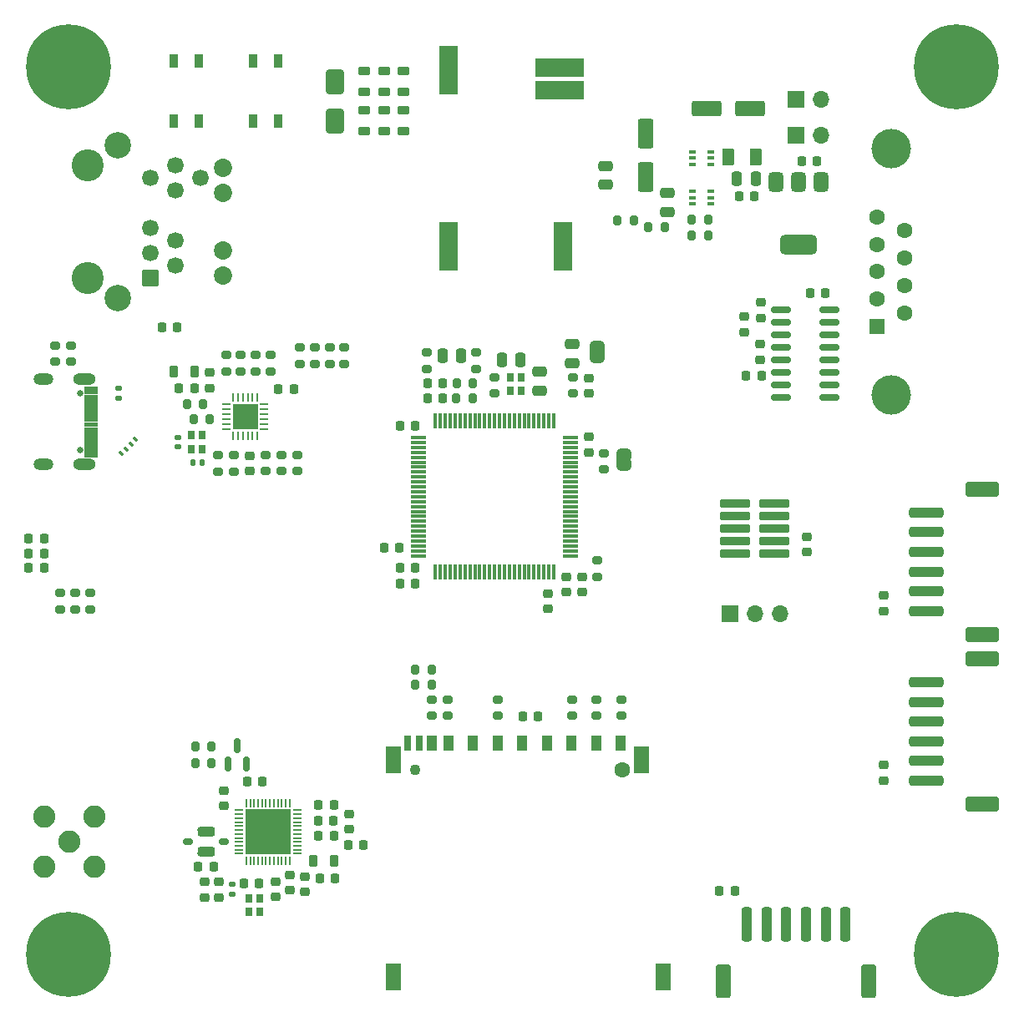
<source format=gbr>
%TF.GenerationSoftware,KiCad,Pcbnew,9.0.0-1.fc41*%
%TF.CreationDate,2025-03-05T15:22:43-08:00*%
%TF.ProjectId,hw_alpha,68775f61-6c70-4686-912e-6b696361645f,rev?*%
%TF.SameCoordinates,Original*%
%TF.FileFunction,Soldermask,Top*%
%TF.FilePolarity,Negative*%
%FSLAX46Y46*%
G04 Gerber Fmt 4.6, Leading zero omitted, Abs format (unit mm)*
G04 Created by KiCad (PCBNEW 9.0.0-1.fc41) date 2025-03-05 15:22:43*
%MOMM*%
%LPD*%
G01*
G04 APERTURE LIST*
G04 Aperture macros list*
%AMRoundRect*
0 Rectangle with rounded corners*
0 $1 Rounding radius*
0 $2 $3 $4 $5 $6 $7 $8 $9 X,Y pos of 4 corners*
0 Add a 4 corners polygon primitive as box body*
4,1,4,$2,$3,$4,$5,$6,$7,$8,$9,$2,$3,0*
0 Add four circle primitives for the rounded corners*
1,1,$1+$1,$2,$3*
1,1,$1+$1,$4,$5*
1,1,$1+$1,$6,$7*
1,1,$1+$1,$8,$9*
0 Add four rect primitives between the rounded corners*
20,1,$1+$1,$2,$3,$4,$5,0*
20,1,$1+$1,$4,$5,$6,$7,0*
20,1,$1+$1,$6,$7,$8,$9,0*
20,1,$1+$1,$8,$9,$2,$3,0*%
%AMFreePoly0*
4,1,23,0.500000,-0.750000,0.000000,-0.750000,0.000000,-0.745722,-0.065263,-0.745722,-0.191342,-0.711940,-0.304381,-0.646677,-0.396677,-0.554381,-0.461940,-0.441342,-0.495722,-0.315263,-0.495722,-0.250000,-0.500000,-0.250000,-0.500000,0.250000,-0.495722,0.250000,-0.495722,0.315263,-0.461940,0.441342,-0.396677,0.554381,-0.304381,0.646677,-0.191342,0.711940,-0.065263,0.745722,0.000000,0.745722,
0.000000,0.750000,0.500000,0.750000,0.500000,-0.750000,0.500000,-0.750000,$1*%
%AMFreePoly1*
4,1,23,0.000000,0.745722,0.065263,0.745722,0.191342,0.711940,0.304381,0.646677,0.396677,0.554381,0.461940,0.441342,0.495722,0.315263,0.495722,0.250000,0.500000,0.250000,0.500000,-0.250000,0.495722,-0.250000,0.495722,-0.315263,0.461940,-0.441342,0.396677,-0.554381,0.304381,-0.646677,0.191342,-0.711940,0.065263,-0.745722,0.000000,-0.745722,0.000000,-0.750000,-0.500000,-0.750000,
-0.500000,0.750000,0.000000,0.750000,0.000000,0.745722,0.000000,0.745722,$1*%
G04 Aperture macros list end*
%ADD10C,0.010000*%
%ADD11RoundRect,0.225000X0.225000X0.250000X-0.225000X0.250000X-0.225000X-0.250000X0.225000X-0.250000X0*%
%ADD12R,1.700000X1.700000*%
%ADD13O,1.700000X1.700000*%
%ADD14RoundRect,0.200000X-0.200000X-0.275000X0.200000X-0.275000X0.200000X0.275000X-0.200000X0.275000X0*%
%ADD15RoundRect,0.225000X-0.250000X0.225000X-0.250000X-0.225000X0.250000X-0.225000X0.250000X0.225000X0*%
%ADD16RoundRect,0.050000X-0.350000X-0.050000X0.350000X-0.050000X0.350000X0.050000X-0.350000X0.050000X0*%
%ADD17RoundRect,0.050000X-0.050000X-0.350000X0.050000X-0.350000X0.050000X0.350000X-0.050000X0.350000X0*%
%ADD18R,4.600000X4.600000*%
%ADD19RoundRect,0.200000X0.275000X-0.200000X0.275000X0.200000X-0.275000X0.200000X-0.275000X-0.200000X0*%
%ADD20RoundRect,0.200000X-0.275000X0.200000X-0.275000X-0.200000X0.275000X-0.200000X0.275000X0.200000X0*%
%ADD21C,3.250000*%
%ADD22RoundRect,0.102000X-0.739000X0.739000X-0.739000X-0.739000X0.739000X-0.739000X0.739000X0.739000X0*%
%ADD23C,1.682000*%
%ADD24C,1.854000*%
%ADD25C,2.679000*%
%ADD26R,1.830000X5.000000*%
%ADD27R,5.000000X1.830000*%
%ADD28RoundRect,0.225000X0.250000X-0.225000X0.250000X0.225000X-0.250000X0.225000X-0.250000X-0.225000X0*%
%ADD29RoundRect,0.250000X0.250000X0.475000X-0.250000X0.475000X-0.250000X-0.475000X0.250000X-0.475000X0*%
%ADD30RoundRect,0.225000X-0.225000X-0.250000X0.225000X-0.250000X0.225000X0.250000X-0.225000X0.250000X0*%
%ADD31RoundRect,0.218750X0.381250X-0.218750X0.381250X0.218750X-0.381250X0.218750X-0.381250X-0.218750X0*%
%ADD32RoundRect,0.075000X0.070711X-0.176777X0.176777X-0.070711X-0.070711X0.176777X-0.176777X0.070711X0*%
%ADD33C,0.900000*%
%ADD34C,8.600000*%
%ADD35C,2.250000*%
%ADD36RoundRect,0.250000X-0.250000X-0.475000X0.250000X-0.475000X0.250000X0.475000X-0.250000X0.475000X0*%
%ADD37R,0.812800X1.435100*%
%ADD38RoundRect,0.250000X0.550000X-1.250000X0.550000X1.250000X-0.550000X1.250000X-0.550000X-1.250000X0*%
%ADD39RoundRect,0.147500X-0.172500X0.147500X-0.172500X-0.147500X0.172500X-0.147500X0.172500X0.147500X0*%
%ADD40R,0.800000X0.900000*%
%ADD41RoundRect,0.150000X0.150000X-0.587500X0.150000X0.587500X-0.150000X0.587500X-0.150000X-0.587500X0*%
%ADD42RoundRect,0.100000X-0.225000X-0.100000X0.225000X-0.100000X0.225000X0.100000X-0.225000X0.100000X0*%
%ADD43RoundRect,0.250000X-0.375000X-0.625000X0.375000X-0.625000X0.375000X0.625000X-0.375000X0.625000X0*%
%ADD44RoundRect,0.218750X-0.381250X0.218750X-0.381250X-0.218750X0.381250X-0.218750X0.381250X0.218750X0*%
%ADD45RoundRect,0.250000X-0.250000X-1.500000X0.250000X-1.500000X0.250000X1.500000X-0.250000X1.500000X0*%
%ADD46RoundRect,0.250001X-0.499999X-1.449999X0.499999X-1.449999X0.499999X1.449999X-0.499999X1.449999X0*%
%ADD47RoundRect,0.150000X-0.825000X-0.150000X0.825000X-0.150000X0.825000X0.150000X-0.825000X0.150000X0*%
%ADD48RoundRect,0.102000X1.385000X-0.325000X1.385000X0.325000X-1.385000X0.325000X-1.385000X-0.325000X0*%
%ADD49RoundRect,0.075000X-0.075000X0.725000X-0.075000X-0.725000X0.075000X-0.725000X0.075000X0.725000X0*%
%ADD50RoundRect,0.075000X-0.725000X0.075000X-0.725000X-0.075000X0.725000X-0.075000X0.725000X0.075000X0*%
%ADD51RoundRect,0.218750X0.218750X0.256250X-0.218750X0.256250X-0.218750X-0.256250X0.218750X-0.256250X0*%
%ADD52RoundRect,0.200000X0.200000X0.275000X-0.200000X0.275000X-0.200000X-0.275000X0.200000X-0.275000X0*%
%ADD53RoundRect,0.140000X0.140000X0.170000X-0.140000X0.170000X-0.140000X-0.170000X0.140000X-0.170000X0*%
%ADD54RoundRect,0.218750X-0.218750X-0.381250X0.218750X-0.381250X0.218750X0.381250X-0.218750X0.381250X0*%
%ADD55C,1.100000*%
%ADD56C,1.600000*%
%ADD57R,1.000000X1.500000*%
%ADD58R,0.700000X1.500000*%
%ADD59R,1.500000X2.799990*%
%ADD60RoundRect,0.250000X1.500000X-0.250000X1.500000X0.250000X-1.500000X0.250000X-1.500000X-0.250000X0*%
%ADD61RoundRect,0.250001X1.449999X-0.499999X1.449999X0.499999X-1.449999X0.499999X-1.449999X-0.499999X0*%
%ADD62RoundRect,0.250000X-0.650000X1.000000X-0.650000X-1.000000X0.650000X-1.000000X0.650000X1.000000X0*%
%ADD63RoundRect,0.250000X1.250000X0.550000X-1.250000X0.550000X-1.250000X-0.550000X1.250000X-0.550000X0*%
%ADD64RoundRect,0.250000X0.475000X-0.250000X0.475000X0.250000X-0.475000X0.250000X-0.475000X-0.250000X0*%
%ADD65RoundRect,0.375000X-0.375000X0.625000X-0.375000X-0.625000X0.375000X-0.625000X0.375000X0.625000X0*%
%ADD66RoundRect,0.500000X-1.400000X0.500000X-1.400000X-0.500000X1.400000X-0.500000X1.400000X0.500000X0*%
%ADD67FreePoly0,90.000000*%
%ADD68FreePoly1,90.000000*%
%ADD69RoundRect,0.140000X-0.170000X0.140000X-0.170000X-0.140000X0.170000X-0.140000X0.170000X0.140000X0*%
%ADD70RoundRect,0.062500X-0.375000X-0.062500X0.375000X-0.062500X0.375000X0.062500X-0.375000X0.062500X0*%
%ADD71RoundRect,0.062500X-0.062500X-0.375000X0.062500X-0.375000X0.062500X0.375000X-0.062500X0.375000X0*%
%ADD72R,2.500000X2.500000*%
%ADD73RoundRect,0.075000X-0.070711X0.176777X-0.176777X0.070711X0.070711X-0.176777X0.176777X-0.070711X0*%
%ADD74C,0.650000*%
%ADD75O,2.304000X1.204000*%
%ADD76O,2.004000X1.204000*%
%ADD77RoundRect,0.250000X-0.475000X0.250000X-0.475000X-0.250000X0.475000X-0.250000X0.475000X0.250000X0*%
%ADD78RoundRect,0.152500X0.342500X0.152500X-0.342500X0.152500X-0.342500X-0.152500X0.342500X-0.152500X0*%
%ADD79C,0.630000*%
%ADD80RoundRect,0.247500X0.627500X0.247500X-0.627500X0.247500X-0.627500X-0.247500X0.627500X-0.247500X0*%
%ADD81C,4.000000*%
%ADD82R,1.600000X1.600000*%
G04 APERTURE END LIST*
%TO.C,SW2*%
G36*
X100550000Y-70000000D02*
G01*
X102050000Y-70000000D01*
X102050000Y-69700000D01*
X100550000Y-69700000D01*
X100550000Y-70000000D01*
G37*
%TO.C,SW1*%
G36*
X97850000Y-59050000D02*
G01*
X99350000Y-59050000D01*
X99350000Y-58750000D01*
X97850000Y-58750000D01*
X97850000Y-59050000D01*
G37*
D10*
%TO.C,J7*%
X47880000Y-63150000D02*
X46630000Y-63150000D01*
X46630000Y-62450000D01*
X47880000Y-62450000D01*
X47880000Y-63150000D01*
G36*
X47880000Y-63150000D02*
G01*
X46630000Y-63150000D01*
X46630000Y-62450000D01*
X47880000Y-62450000D01*
X47880000Y-63150000D01*
G37*
X47880000Y-63950000D02*
X46630000Y-63950000D01*
X46630000Y-63250000D01*
X47880000Y-63250000D01*
X47880000Y-63950000D01*
G36*
X47880000Y-63950000D02*
G01*
X46630000Y-63950000D01*
X46630000Y-63250000D01*
X47880000Y-63250000D01*
X47880000Y-63950000D01*
G37*
X47880000Y-64450000D02*
X46630000Y-64450000D01*
X46630000Y-64050000D01*
X47880000Y-64050000D01*
X47880000Y-64450000D01*
G36*
X47880000Y-64450000D02*
G01*
X46630000Y-64450000D01*
X46630000Y-64050000D01*
X47880000Y-64050000D01*
X47880000Y-64450000D01*
G37*
X47880000Y-64950000D02*
X46630000Y-64950000D01*
X46630000Y-64550000D01*
X47880000Y-64550000D01*
X47880000Y-64950000D01*
G36*
X47880000Y-64950000D02*
G01*
X46630000Y-64950000D01*
X46630000Y-64550000D01*
X47880000Y-64550000D01*
X47880000Y-64950000D01*
G37*
X47880000Y-65450000D02*
X46630000Y-65450000D01*
X46630000Y-65050000D01*
X47880000Y-65050000D01*
X47880000Y-65450000D01*
G36*
X47880000Y-65450000D02*
G01*
X46630000Y-65450000D01*
X46630000Y-65050000D01*
X47880000Y-65050000D01*
X47880000Y-65450000D01*
G37*
X47880000Y-65950000D02*
X46630000Y-65950000D01*
X46630000Y-65550000D01*
X47880000Y-65550000D01*
X47880000Y-65950000D01*
G36*
X47880000Y-65950000D02*
G01*
X46630000Y-65950000D01*
X46630000Y-65550000D01*
X47880000Y-65550000D01*
X47880000Y-65950000D01*
G37*
X47880000Y-66450000D02*
X46630000Y-66450000D01*
X46630000Y-66050000D01*
X47880000Y-66050000D01*
X47880000Y-66450000D01*
G36*
X47880000Y-66450000D02*
G01*
X46630000Y-66450000D01*
X46630000Y-66050000D01*
X47880000Y-66050000D01*
X47880000Y-66450000D01*
G37*
X47880000Y-66950000D02*
X46630000Y-66950000D01*
X46630000Y-66550000D01*
X47880000Y-66550000D01*
X47880000Y-66950000D01*
G36*
X47880000Y-66950000D02*
G01*
X46630000Y-66950000D01*
X46630000Y-66550000D01*
X47880000Y-66550000D01*
X47880000Y-66950000D01*
G37*
X47880000Y-67450000D02*
X46630000Y-67450000D01*
X46630000Y-67050000D01*
X47880000Y-67050000D01*
X47880000Y-67450000D01*
G36*
X47880000Y-67450000D02*
G01*
X46630000Y-67450000D01*
X46630000Y-67050000D01*
X47880000Y-67050000D01*
X47880000Y-67450000D01*
G37*
X47880000Y-67950000D02*
X46630000Y-67950000D01*
X46630000Y-67550000D01*
X47880000Y-67550000D01*
X47880000Y-67950000D01*
G36*
X47880000Y-67950000D02*
G01*
X46630000Y-67950000D01*
X46630000Y-67550000D01*
X47880000Y-67550000D01*
X47880000Y-67950000D01*
G37*
X47880000Y-68750000D02*
X46630000Y-68750000D01*
X46630000Y-68050000D01*
X47880000Y-68050000D01*
X47880000Y-68750000D01*
G36*
X47880000Y-68750000D02*
G01*
X46630000Y-68750000D01*
X46630000Y-68050000D01*
X47880000Y-68050000D01*
X47880000Y-68750000D01*
G37*
X47880000Y-69550000D02*
X46630000Y-69550000D01*
X46630000Y-68850000D01*
X47880000Y-68850000D01*
X47880000Y-69550000D01*
G36*
X47880000Y-69550000D02*
G01*
X46630000Y-69550000D01*
X46630000Y-68850000D01*
X47880000Y-68850000D01*
X47880000Y-69550000D01*
G37*
%TD*%
D11*
%TO.C,C26*%
X121775000Y-52994792D03*
X120225000Y-52994792D03*
%TD*%
D12*
%TO.C,J13*%
X118785000Y-36975000D03*
D13*
X121325000Y-36975000D03*
%TD*%
D14*
%TO.C,R4*%
X84350000Y-63600000D03*
X86000000Y-63600000D03*
%TD*%
D15*
%TO.C,C41*%
X58800000Y-112675000D03*
X58800000Y-114225000D03*
%TD*%
D16*
%TO.C,U3*%
X62300000Y-105400000D03*
X62300000Y-105800000D03*
X62300000Y-106200000D03*
X62300000Y-106600000D03*
X62300000Y-107000000D03*
X62300000Y-107400000D03*
X62300000Y-107800000D03*
X62300000Y-108200000D03*
X62300000Y-108600000D03*
X62300000Y-109000000D03*
X62300000Y-109400000D03*
X62300000Y-109800000D03*
D17*
X63050000Y-110550000D03*
X63450000Y-110550000D03*
X63850000Y-110550000D03*
X64250000Y-110550000D03*
X64650000Y-110550000D03*
X65050000Y-110550000D03*
X65450000Y-110550000D03*
X65850000Y-110550000D03*
X66250000Y-110550000D03*
X66650000Y-110550000D03*
X67050000Y-110550000D03*
X67450000Y-110550000D03*
D16*
X68200000Y-109800000D03*
X68200000Y-109400000D03*
X68200000Y-109000000D03*
X68200000Y-108600000D03*
X68200000Y-108200000D03*
X68200000Y-107800000D03*
X68200000Y-107400000D03*
X68200000Y-107000000D03*
X68200000Y-106600000D03*
X68200000Y-106200000D03*
X68200000Y-105800000D03*
X68200000Y-105400000D03*
D17*
X67450000Y-104650000D03*
X67050000Y-104650000D03*
X66650000Y-104650000D03*
X66250000Y-104650000D03*
X65850000Y-104650000D03*
X65450000Y-104650000D03*
X65050000Y-104650000D03*
X64650000Y-104650000D03*
X64250000Y-104650000D03*
X63850000Y-104650000D03*
X63450000Y-104650000D03*
X63050000Y-104650000D03*
D18*
X65250000Y-107600000D03*
%TD*%
D19*
%TO.C,R34*%
X60200000Y-71050000D03*
X60200000Y-69400000D03*
%TD*%
D20*
%TO.C,R9*%
X98550000Y-94150000D03*
X98550000Y-95800000D03*
%TD*%
D21*
%TO.C,J1*%
X47000000Y-40000000D03*
X47000000Y-51430000D03*
D22*
X53350000Y-51430000D03*
D23*
X55890000Y-50160000D03*
X53350000Y-48890000D03*
X55890000Y-47620000D03*
X53350000Y-46350000D03*
X55890000Y-42540000D03*
X53350000Y-41270000D03*
X55890000Y-40000000D03*
X58430000Y-41270000D03*
D24*
X60720000Y-40250000D03*
X60720000Y-48640000D03*
X60720000Y-42790000D03*
X60720000Y-51180000D03*
D25*
X50050000Y-37970000D03*
X50050000Y-53460000D03*
%TD*%
D15*
%TO.C,C43*%
X66000000Y-112625000D03*
X66000000Y-114175000D03*
%TD*%
D26*
%TO.C,U2*%
X95142500Y-48255000D03*
D27*
X94822500Y-32405000D03*
X94822500Y-30065000D03*
D26*
X83562500Y-30375000D03*
X83562500Y-48255000D03*
%TD*%
D28*
%TO.C,C63*%
X119900000Y-79225000D03*
X119900000Y-77675000D03*
%TD*%
D15*
%TO.C,C14*%
X95500000Y-81725000D03*
X95500000Y-83275000D03*
%TD*%
D20*
%TO.C,R31*%
X62500000Y-59250000D03*
X62500000Y-60900000D03*
%TD*%
D29*
%TO.C,C47*%
X114675000Y-41375000D03*
X112775000Y-41375000D03*
%TD*%
D15*
%TO.C,C8*%
X93600000Y-83425000D03*
X93600000Y-84975000D03*
%TD*%
D30*
%TO.C,C16*%
X78625000Y-66400000D03*
X80175000Y-66400000D03*
%TD*%
D31*
%TO.C,FB5*%
X79000000Y-32562500D03*
X79000000Y-30437500D03*
%TD*%
D32*
%TO.C,U5*%
X51352513Y-68247487D03*
X51847487Y-67752513D03*
%TD*%
D11*
%TO.C,C30*%
X74925000Y-108900000D03*
X73375000Y-108900000D03*
%TD*%
D33*
%TO.C,H2*%
X41775000Y-120000000D03*
X42719581Y-117719581D03*
X42719581Y-122280419D03*
X45000000Y-116775000D03*
D34*
X45000000Y-120000000D03*
D33*
X45000000Y-123225000D03*
X47280419Y-117719581D03*
X47280419Y-122280419D03*
X48225000Y-120000000D03*
%TD*%
D35*
%TO.C,J9*%
X45100000Y-108600000D03*
X42560000Y-111140000D03*
X47640000Y-111140000D03*
X42560000Y-106060000D03*
X47640000Y-106060000D03*
%TD*%
D20*
%TO.C,R6*%
X86375000Y-58975000D03*
X86375000Y-60625000D03*
%TD*%
D19*
%TO.C,R15*%
X98600000Y-81700000D03*
X98600000Y-80050000D03*
%TD*%
D33*
%TO.C,H1*%
X41775000Y-30000000D03*
X42719581Y-27719581D03*
X42719581Y-32280419D03*
X45000000Y-26775000D03*
D34*
X45000000Y-30000000D03*
D33*
X45000000Y-33225000D03*
X47280419Y-27719581D03*
X47280419Y-32280419D03*
X48225000Y-30000000D03*
%TD*%
D36*
%TO.C,C12*%
X82925000Y-59300000D03*
X84825000Y-59300000D03*
%TD*%
D37*
%TO.C,D1*%
X58270000Y-29458350D03*
X58270000Y-35541650D03*
X55730000Y-29458350D03*
X55730000Y-35541650D03*
%TD*%
D15*
%TO.C,C37*%
X73450000Y-105775000D03*
X73450000Y-107325000D03*
%TD*%
D38*
%TO.C,C1*%
X103525000Y-41175000D03*
X103525000Y-36775000D03*
%TD*%
D39*
%TO.C,D7*%
X50100000Y-62630000D03*
X50100000Y-63600000D03*
%TD*%
D40*
%TO.C,Y2*%
X64450000Y-115700000D03*
X64450000Y-114300000D03*
X63350000Y-114300000D03*
X63350000Y-115700000D03*
%TD*%
D41*
%TO.C,Q1*%
X61200000Y-100700000D03*
X63100000Y-100700000D03*
X62150000Y-98825000D03*
%TD*%
D11*
%TO.C,C56*%
X57800000Y-62600000D03*
X56250000Y-62600000D03*
%TD*%
D42*
%TO.C,U7*%
X108275000Y-42625000D03*
X108275000Y-43275000D03*
X108275000Y-43925000D03*
X110175000Y-43925000D03*
X110175000Y-43275000D03*
X110175000Y-42625000D03*
%TD*%
D20*
%TO.C,R11*%
X81850000Y-94150000D03*
X81850000Y-95800000D03*
%TD*%
D19*
%TO.C,R37*%
X68500000Y-60125000D03*
X68500000Y-58475000D03*
%TD*%
D11*
%TO.C,C39*%
X59725000Y-111150000D03*
X58175000Y-111150000D03*
%TD*%
D43*
%TO.C,F1*%
X111925000Y-39175000D03*
X114725000Y-39175000D03*
%TD*%
D20*
%TO.C,R36*%
X65000000Y-69375000D03*
X65000000Y-71025000D03*
%TD*%
D44*
%TO.C,FB2*%
X75000000Y-34375000D03*
X75000000Y-36500000D03*
%TD*%
D30*
%TO.C,C34*%
X70325000Y-106475000D03*
X71875000Y-106475000D03*
%TD*%
D19*
%TO.C,R41*%
X99300000Y-70825000D03*
X99300000Y-69175000D03*
%TD*%
D45*
%TO.C,J11*%
X113800000Y-116950000D03*
X115800000Y-116950000D03*
X117800000Y-116950000D03*
X119800000Y-116950000D03*
X121800000Y-116950000D03*
X123800000Y-116950000D03*
D46*
X111450000Y-122700000D03*
X126150000Y-122700000D03*
%TD*%
D20*
%TO.C,R5*%
X88250000Y-61475000D03*
X88250000Y-63125000D03*
%TD*%
D47*
%TO.C,U1*%
X117225000Y-54649792D03*
X117225000Y-55919792D03*
X117225000Y-57189792D03*
X117225000Y-58459792D03*
X117225000Y-59729792D03*
X117225000Y-60999792D03*
X117225000Y-62269792D03*
X117225000Y-63539792D03*
X122175000Y-63539792D03*
X122175000Y-62269792D03*
X122175000Y-60999792D03*
X122175000Y-59729792D03*
X122175000Y-58459792D03*
X122175000Y-57189792D03*
X122175000Y-55919792D03*
X122175000Y-54649792D03*
%TD*%
D48*
%TO.C,J4*%
X116600000Y-79350000D03*
X112570000Y-79350000D03*
X116600000Y-78080000D03*
X112570000Y-78080000D03*
X116600000Y-76810000D03*
X112570000Y-76810000D03*
X116600000Y-75540000D03*
X112570000Y-75540000D03*
X116600000Y-74270000D03*
X112570000Y-74270000D03*
%TD*%
D20*
%TO.C,L1*%
X81375000Y-58975000D03*
X81375000Y-60625000D03*
%TD*%
D49*
%TO.C,U4*%
X94225000Y-65925000D03*
X93725000Y-65925000D03*
X93225000Y-65925000D03*
X92725000Y-65925000D03*
X92225000Y-65925000D03*
X91725000Y-65925000D03*
X91225000Y-65925000D03*
X90725000Y-65925000D03*
X90225000Y-65925000D03*
X89725000Y-65925000D03*
X89225000Y-65925000D03*
X88725000Y-65925000D03*
X88225000Y-65925000D03*
X87725000Y-65925000D03*
X87225000Y-65925000D03*
X86725000Y-65925000D03*
X86225000Y-65925000D03*
X85725000Y-65925000D03*
X85225000Y-65925000D03*
X84725000Y-65925000D03*
X84225000Y-65925000D03*
X83725000Y-65925000D03*
X83225000Y-65925000D03*
X82725000Y-65925000D03*
X82225000Y-65925000D03*
D50*
X80550000Y-67600000D03*
X80550000Y-68100000D03*
X80550000Y-68600000D03*
X80550000Y-69100000D03*
X80550000Y-69600000D03*
X80550000Y-70100000D03*
X80550000Y-70600000D03*
X80550000Y-71100000D03*
X80550000Y-71600000D03*
X80550000Y-72100000D03*
X80550000Y-72600000D03*
X80550000Y-73100000D03*
X80550000Y-73600000D03*
X80550000Y-74100000D03*
X80550000Y-74600000D03*
X80550000Y-75100000D03*
X80550000Y-75600000D03*
X80550000Y-76100000D03*
X80550000Y-76600000D03*
X80550000Y-77100000D03*
X80550000Y-77600000D03*
X80550000Y-78100000D03*
X80550000Y-78600000D03*
X80550000Y-79100000D03*
X80550000Y-79600000D03*
D49*
X82225000Y-81275000D03*
X82725000Y-81275000D03*
X83225000Y-81275000D03*
X83725000Y-81275000D03*
X84225000Y-81275000D03*
X84725000Y-81275000D03*
X85225000Y-81275000D03*
X85725000Y-81275000D03*
X86225000Y-81275000D03*
X86725000Y-81275000D03*
X87225000Y-81275000D03*
X87725000Y-81275000D03*
X88225000Y-81275000D03*
X88725000Y-81275000D03*
X89225000Y-81275000D03*
X89725000Y-81275000D03*
X90225000Y-81275000D03*
X90725000Y-81275000D03*
X91225000Y-81275000D03*
X91725000Y-81275000D03*
X92225000Y-81275000D03*
X92725000Y-81275000D03*
X93225000Y-81275000D03*
X93725000Y-81275000D03*
X94225000Y-81275000D03*
D50*
X95900000Y-79600000D03*
X95900000Y-79100000D03*
X95900000Y-78600000D03*
X95900000Y-78100000D03*
X95900000Y-77600000D03*
X95900000Y-77100000D03*
X95900000Y-76600000D03*
X95900000Y-76100000D03*
X95900000Y-75600000D03*
X95900000Y-75100000D03*
X95900000Y-74600000D03*
X95900000Y-74100000D03*
X95900000Y-73600000D03*
X95900000Y-73100000D03*
X95900000Y-72600000D03*
X95900000Y-72100000D03*
X95900000Y-71600000D03*
X95900000Y-71100000D03*
X95900000Y-70600000D03*
X95900000Y-70100000D03*
X95900000Y-69600000D03*
X95900000Y-69100000D03*
X95900000Y-68600000D03*
X95900000Y-68100000D03*
X95900000Y-67600000D03*
%TD*%
D11*
%TO.C,C50*%
X56075000Y-56400000D03*
X54525000Y-56400000D03*
%TD*%
D20*
%TO.C,R30*%
X61000000Y-59250000D03*
X61000000Y-60900000D03*
%TD*%
D15*
%TO.C,C19*%
X97100000Y-81725000D03*
X97100000Y-83275000D03*
%TD*%
D40*
%TO.C,Y1*%
X89800000Y-61500000D03*
X89800000Y-62900000D03*
X90900000Y-62900000D03*
X90900000Y-61500000D03*
%TD*%
D30*
%TO.C,C51*%
X66325000Y-62700000D03*
X67875000Y-62700000D03*
%TD*%
D20*
%TO.C,R17*%
X45700000Y-83375000D03*
X45700000Y-85025000D03*
%TD*%
D51*
%TO.C,D5*%
X42575000Y-79350000D03*
X41000000Y-79350000D03*
%TD*%
D14*
%TO.C,R24*%
X100700000Y-45575000D03*
X102350000Y-45575000D03*
%TD*%
D51*
%TO.C,D4*%
X42575000Y-77850000D03*
X41000000Y-77850000D03*
%TD*%
D52*
%TO.C,R32*%
X58700000Y-64200000D03*
X57050000Y-64200000D03*
%TD*%
%TO.C,R13*%
X81850000Y-92700000D03*
X80200000Y-92700000D03*
%TD*%
D53*
%TO.C,C57*%
X58600000Y-70162500D03*
X57640000Y-70162500D03*
%TD*%
D30*
%TO.C,C4*%
X81400000Y-62100000D03*
X82950000Y-62100000D03*
%TD*%
D20*
%TO.C,R12*%
X83500000Y-94150000D03*
X83500000Y-95800000D03*
%TD*%
D54*
%TO.C,L2*%
X69837500Y-110500000D03*
X71962500Y-110500000D03*
%TD*%
D28*
%TO.C,C52*%
X59300000Y-62575000D03*
X59300000Y-61025000D03*
%TD*%
D20*
%TO.C,R10*%
X101050000Y-94150000D03*
X101050000Y-95800000D03*
%TD*%
D55*
%TO.C,J2*%
X80150000Y-101299840D03*
D56*
X101150000Y-101299840D03*
D57*
X98530000Y-98550000D03*
X96030000Y-98550000D03*
X93530000Y-98550000D03*
X91030000Y-98550000D03*
X88530000Y-98550000D03*
X86030000Y-98550000D03*
X83530000Y-98550000D03*
X81899990Y-98550000D03*
X101030000Y-98550000D03*
D58*
X80600000Y-98550000D03*
X79400000Y-98550000D03*
D59*
X78000000Y-100299840D03*
X103100000Y-100299840D03*
X78000000Y-122300000D03*
X105300000Y-122300000D03*
%TD*%
D28*
%TO.C,C61*%
X127700000Y-85175000D03*
X127700000Y-83625000D03*
%TD*%
D30*
%TO.C,C42*%
X62775000Y-112800000D03*
X64325000Y-112800000D03*
%TD*%
D28*
%TO.C,C44*%
X60750000Y-104975000D03*
X60750000Y-103425000D03*
%TD*%
D33*
%TO.C,H4*%
X131775000Y-120000000D03*
X132719581Y-117719581D03*
X132719581Y-122280419D03*
X135000000Y-116775000D03*
D34*
X135000000Y-120000000D03*
D33*
X135000000Y-123225000D03*
X137280419Y-117719581D03*
X137280419Y-122280419D03*
X138225000Y-120000000D03*
%TD*%
D20*
%TO.C,R28*%
X64000000Y-59250000D03*
X64000000Y-60900000D03*
%TD*%
D60*
%TO.C,J6*%
X131950000Y-102400000D03*
X131950000Y-100400000D03*
X131950000Y-98400000D03*
X131950000Y-96400000D03*
X131950000Y-94400000D03*
X131950000Y-92400000D03*
D61*
X137700000Y-104750000D03*
X137700000Y-90050000D03*
%TD*%
D11*
%TO.C,C9*%
X78575000Y-78800000D03*
X77025000Y-78800000D03*
%TD*%
D19*
%TO.C,R35*%
X66600000Y-71025000D03*
X66600000Y-69375000D03*
%TD*%
%TO.C,R19*%
X43700000Y-59925000D03*
X43700000Y-58275000D03*
%TD*%
D15*
%TO.C,C23*%
X115100000Y-58144792D03*
X115100000Y-59694792D03*
%TD*%
D19*
%TO.C,R33*%
X61800000Y-71050000D03*
X61800000Y-69400000D03*
%TD*%
D62*
%TO.C,D3*%
X72000000Y-31500000D03*
X72000000Y-35500000D03*
%TD*%
D30*
%TO.C,C36*%
X70375000Y-104850000D03*
X71925000Y-104850000D03*
%TD*%
D11*
%TO.C,C29*%
X72075000Y-112300000D03*
X70525000Y-112300000D03*
%TD*%
D31*
%TO.C,FB4*%
X77000000Y-36500000D03*
X77000000Y-34375000D03*
%TD*%
D40*
%TO.C,Y3*%
X57520000Y-67362500D03*
X57520000Y-68762500D03*
X58620000Y-68762500D03*
X58620000Y-67362500D03*
%TD*%
D63*
%TO.C,C46*%
X114125000Y-34275000D03*
X109725000Y-34275000D03*
%TD*%
D30*
%TO.C,C45*%
X63150000Y-102450000D03*
X64700000Y-102450000D03*
%TD*%
%TO.C,C21*%
X91100000Y-95900000D03*
X92650000Y-95900000D03*
%TD*%
D14*
%TO.C,R3*%
X84375000Y-62100000D03*
X86025000Y-62100000D03*
%TD*%
%TO.C,R40*%
X57725000Y-65762500D03*
X59375000Y-65762500D03*
%TD*%
D64*
%TO.C,C2*%
X99500000Y-41950000D03*
X99500000Y-40050000D03*
%TD*%
D28*
%TO.C,C20*%
X97800000Y-63100000D03*
X97800000Y-61550000D03*
%TD*%
D65*
%TO.C,U9*%
X121325000Y-41725000D03*
X119025000Y-41725000D03*
D66*
X119025000Y-48025000D03*
D65*
X116725000Y-41725000D03*
%TD*%
D11*
%TO.C,C48*%
X114575000Y-43175000D03*
X113025000Y-43175000D03*
%TD*%
D15*
%TO.C,C22*%
X113500000Y-55344792D03*
X113500000Y-56894792D03*
%TD*%
D11*
%TO.C,C18*%
X80175000Y-82400000D03*
X78625000Y-82400000D03*
%TD*%
D54*
%TO.C,FB7*%
X55725000Y-60900000D03*
X57850000Y-60900000D03*
%TD*%
D29*
%TO.C,C7*%
X90850000Y-59700000D03*
X88950000Y-59700000D03*
%TD*%
D44*
%TO.C,FB3*%
X77000000Y-30437500D03*
X77000000Y-32562500D03*
%TD*%
D67*
%TO.C,SW2*%
X101300000Y-70500000D03*
D68*
X101300000Y-69200000D03*
%TD*%
D69*
%TO.C,C58*%
X56120000Y-67602500D03*
X56120000Y-68562500D03*
%TD*%
D20*
%TO.C,R16*%
X44150000Y-83375000D03*
X44150000Y-85025000D03*
%TD*%
D14*
%TO.C,R26*%
X108200000Y-45475000D03*
X109850000Y-45475000D03*
%TD*%
D70*
%TO.C,U10*%
X61012500Y-64212500D03*
X61012500Y-64712500D03*
X61012500Y-65212500D03*
X61012500Y-65712500D03*
X61012500Y-66212500D03*
X61012500Y-66712500D03*
D71*
X61700000Y-67400000D03*
X62200000Y-67400000D03*
X62700000Y-67400000D03*
X63200000Y-67400000D03*
X63700000Y-67400000D03*
X64200000Y-67400000D03*
D70*
X64887500Y-66712500D03*
X64887500Y-66212500D03*
X64887500Y-65712500D03*
X64887500Y-65212500D03*
X64887500Y-64712500D03*
X64887500Y-64212500D03*
D71*
X64200000Y-63525000D03*
X63700000Y-63525000D03*
X63200000Y-63525000D03*
X62700000Y-63525000D03*
X62200000Y-63525000D03*
X61700000Y-63525000D03*
D72*
X62950000Y-65462500D03*
%TD*%
D28*
%TO.C,C25*%
X115200000Y-55469792D03*
X115200000Y-53919792D03*
%TD*%
D67*
%TO.C,SW1*%
X98600000Y-59550000D03*
D68*
X98600000Y-58250000D03*
%TD*%
D31*
%TO.C,FB1*%
X75000000Y-32562500D03*
X75000000Y-30437500D03*
%TD*%
D19*
%TO.C,R39*%
X68200000Y-71025000D03*
X68200000Y-69375000D03*
%TD*%
D73*
%TO.C,U6*%
X50847487Y-68752513D03*
X50352513Y-69247487D03*
%TD*%
D74*
%TO.C,J7*%
X46180000Y-63110000D03*
X46180000Y-68890000D03*
D75*
X46680000Y-61680000D03*
D76*
X42500000Y-61680000D03*
D75*
X46680000Y-70320000D03*
D76*
X42500000Y-70320000D03*
%TD*%
D11*
%TO.C,C62*%
X112575000Y-113600000D03*
X111025000Y-113600000D03*
%TD*%
D20*
%TO.C,R2*%
X71500000Y-58475000D03*
X71500000Y-60125000D03*
%TD*%
%TO.C,R8*%
X88550000Y-94150000D03*
X88550000Y-95800000D03*
%TD*%
%TO.C,R29*%
X65500000Y-59250000D03*
X65500000Y-60900000D03*
%TD*%
D28*
%TO.C,C60*%
X127700000Y-102375000D03*
X127700000Y-100825000D03*
%TD*%
D77*
%TO.C,C3*%
X105725000Y-42825000D03*
X105725000Y-44725000D03*
%TD*%
D30*
%TO.C,C35*%
X70375000Y-108000000D03*
X71925000Y-108000000D03*
%TD*%
D51*
%TO.C,D6*%
X42575000Y-80850000D03*
X41000000Y-80850000D03*
%TD*%
D42*
%TO.C,U8*%
X108275000Y-38625000D03*
X108275000Y-39275000D03*
X108275000Y-39925000D03*
X110175000Y-39925000D03*
X110175000Y-39275000D03*
X110175000Y-38625000D03*
%TD*%
D30*
%TO.C,C49*%
X119375000Y-39575000D03*
X120925000Y-39575000D03*
%TD*%
D15*
%TO.C,C38*%
X60300000Y-112675000D03*
X60300000Y-114225000D03*
%TD*%
D11*
%TO.C,C24*%
X115275000Y-61294792D03*
X113725000Y-61294792D03*
%TD*%
D19*
%TO.C,R38*%
X73000000Y-60125000D03*
X73000000Y-58475000D03*
%TD*%
D14*
%TO.C,R22*%
X57900000Y-98900000D03*
X59550000Y-98900000D03*
%TD*%
D12*
%TO.C,J3*%
X118785000Y-33275000D03*
D13*
X121325000Y-33275000D03*
%TD*%
D20*
%TO.C,R18*%
X47250000Y-83375000D03*
X47250000Y-85025000D03*
%TD*%
%TO.C,R7*%
X96100000Y-94150000D03*
X96100000Y-95800000D03*
%TD*%
D15*
%TO.C,C17*%
X97800000Y-67550000D03*
X97800000Y-69100000D03*
%TD*%
D14*
%TO.C,R23*%
X57900000Y-100600000D03*
X59550000Y-100600000D03*
%TD*%
D37*
%TO.C,D2*%
X66270000Y-29458350D03*
X66270000Y-35541650D03*
X63730000Y-29458350D03*
X63730000Y-35541650D03*
%TD*%
D64*
%TO.C,C27*%
X96100000Y-60050000D03*
X96100000Y-58150000D03*
%TD*%
D78*
%TO.C,FL1*%
X60800000Y-108600000D03*
D79*
X59545000Y-107405000D03*
D80*
X58985000Y-107585000D03*
D79*
X58425000Y-107405000D03*
D78*
X57170000Y-108600000D03*
D79*
X59545000Y-109795000D03*
D80*
X58985000Y-109615000D03*
D79*
X58425000Y-109795000D03*
%TD*%
D11*
%TO.C,C13*%
X80200000Y-80800000D03*
X78650000Y-80800000D03*
%TD*%
D52*
%TO.C,R27*%
X109850000Y-47075000D03*
X108200000Y-47075000D03*
%TD*%
D77*
%TO.C,C6*%
X92800000Y-60950000D03*
X92800000Y-62850000D03*
%TD*%
D15*
%TO.C,C28*%
X69000000Y-112125000D03*
X69000000Y-113675000D03*
%TD*%
D12*
%TO.C,J12*%
X112060000Y-85500000D03*
D13*
X114600000Y-85500000D03*
X117140000Y-85500000D03*
%TD*%
D19*
%TO.C,R20*%
X45300000Y-59925000D03*
X45300000Y-58275000D03*
%TD*%
D33*
%TO.C,H3*%
X131775000Y-30000000D03*
X132719581Y-27719581D03*
X132719581Y-32280419D03*
X135000000Y-26775000D03*
D34*
X135000000Y-30000000D03*
D33*
X135000000Y-33225000D03*
X137280419Y-27719581D03*
X137280419Y-32280419D03*
X138225000Y-30000000D03*
%TD*%
D44*
%TO.C,FB6*%
X79000000Y-34375000D03*
X79000000Y-36500000D03*
%TD*%
D81*
%TO.C,J8*%
X128394669Y-63294792D03*
X128394669Y-38294792D03*
D82*
X126974669Y-56334792D03*
D56*
X126974669Y-53564792D03*
X126974669Y-50794792D03*
X126974669Y-48024792D03*
X126974669Y-45254792D03*
X129814669Y-54949792D03*
X129814669Y-52179792D03*
X129814669Y-49409792D03*
X129814669Y-46639792D03*
%TD*%
D14*
%TO.C,R25*%
X103800000Y-46275000D03*
X105450000Y-46275000D03*
%TD*%
D15*
%TO.C,C32*%
X67500000Y-111925000D03*
X67500000Y-113475000D03*
%TD*%
D60*
%TO.C,J5*%
X131950000Y-85200000D03*
X131950000Y-83200000D03*
X131950000Y-81200000D03*
X131950000Y-79200000D03*
X131950000Y-77200000D03*
X131950000Y-75200000D03*
D61*
X137700000Y-87550000D03*
X137700000Y-72850000D03*
%TD*%
D20*
%TO.C,R1*%
X70000000Y-58475000D03*
X70000000Y-60125000D03*
%TD*%
D30*
%TO.C,C5*%
X81400000Y-63600000D03*
X82950000Y-63600000D03*
%TD*%
D69*
%TO.C,C31*%
X61600000Y-112920000D03*
X61600000Y-113880000D03*
%TD*%
D19*
%TO.C,R21*%
X96200000Y-63125000D03*
X96200000Y-61475000D03*
%TD*%
D52*
%TO.C,R14*%
X81850000Y-91150000D03*
X80200000Y-91150000D03*
%TD*%
D15*
%TO.C,C53*%
X63400000Y-69450000D03*
X63400000Y-71000000D03*
%TD*%
M02*

</source>
